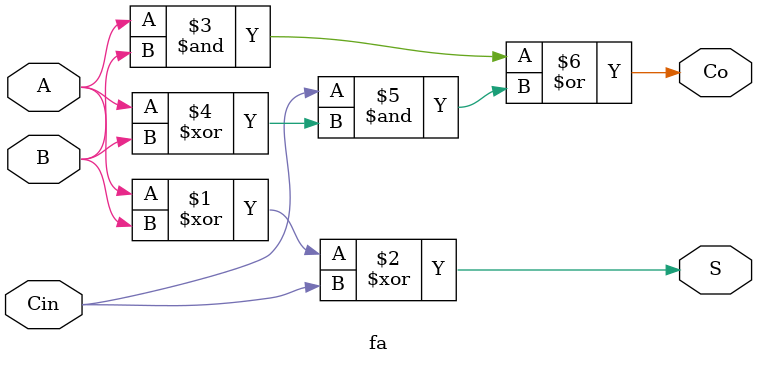
<source format=v>
module fa (
    input wire A,
    input wire B,
    input wire Cin,
    output wire S,
    output wire Co
);

assign S = A^B^Cin;
assign Co = A&B | Cin&(A^B);
    
endmodule
</source>
